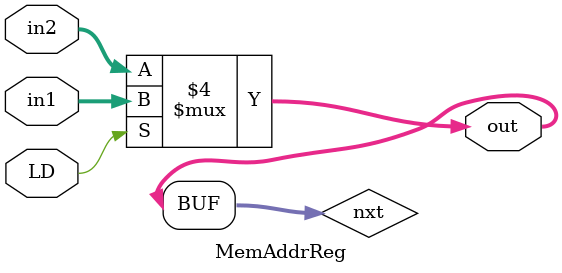
<source format=v>
module MemAddrReg(in1,in2,out,LD);
	input [3:0] in1;
	input [3:0] in2;
	input LD;
	reg [3:0] nxt;
	output [3:0] out;
		always@(LD)
				if(LD==1'b1) begin nxt[3:0]<=in1[3:0]; end else begin nxt[3:0]<=in2[3:0]; end 
		assign out[3:0]=nxt[3:0];
endmodule

</source>
